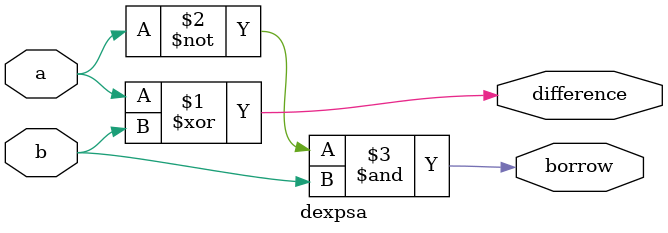
<source format=v>
module dexpsa(a,b,difference,borrow);
input a,b;
output difference,borrow;
assign difference= (a ^ b);
assign borrow= ( ~a & b);
endmodule
</source>
